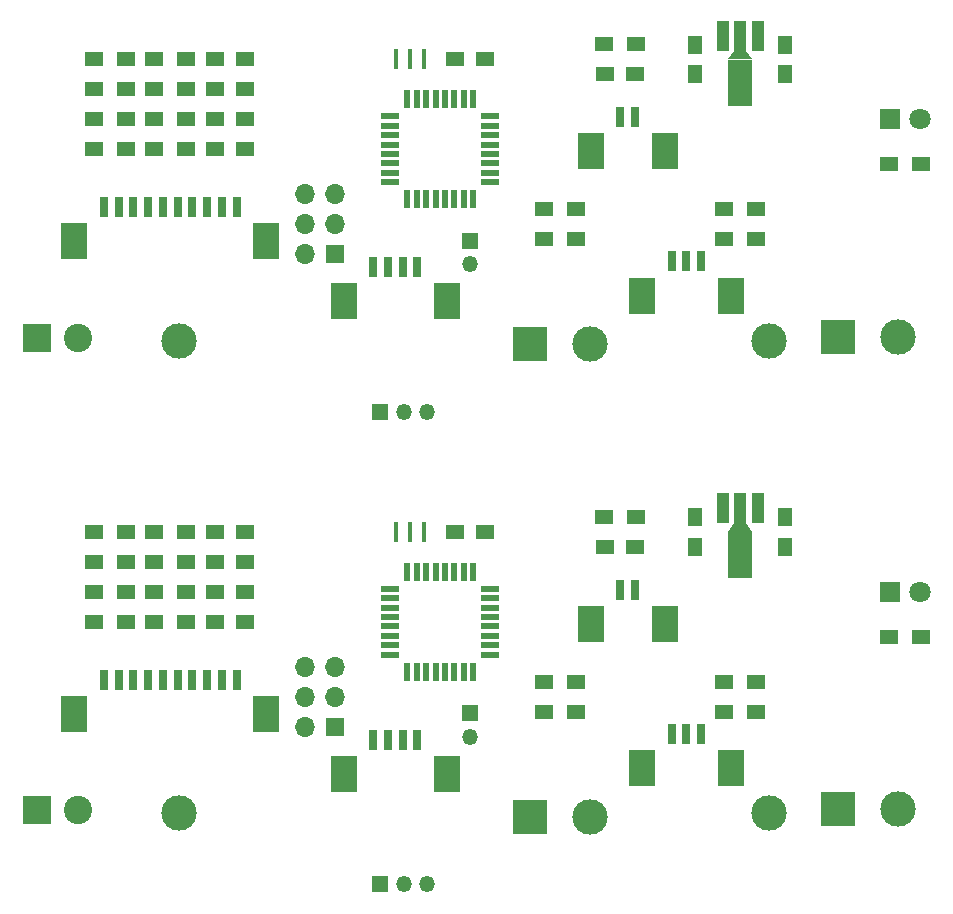
<source format=gts>
%MOIN*%
%OFA0B0*%
%FSLAX46Y46*%
%IPPOS*%
%LPD*%
%ADD10C,0.0039370078740157488*%
%ADD11R,0.053149606299212608X0.053149606299212608*%
%ADD12O,0.053149606299212608X0.053149606299212608*%
%ADD13R,0.11811023622047245X0.11811023622047245*%
%ADD14C,0.11811023622047245*%
%ADD15R,0.094488188976377951X0.094488188976377951*%
%ADD16C,0.094488188976377951*%
%ADD17R,0.062992125984251982X0.062992125984251982*%
%ADD18O,0.066929133858267723X0.066929133858267723*%
%ADD19R,0.049212598425196853X0.059055118110236227*%
%ADD20R,0.059055118110236227X0.049212598425196853*%
%ADD21R,0.059055118110236227X0.051181102362204731*%
%ADD22R,0.03937007874015748X0.0984251968503937*%
%ADD23R,0.07874015748031496X0.15748031496062992*%
%ADD24R,0.021653543307086617X0.062992125984251982*%
%ADD25R,0.062992125984251982X0.021653543307086617*%
%ADD26R,0.015748031496062995X0.070866141732283464*%
%ADD27R,0.031496062992125991X0.066929133858267723*%
%ADD28R,0.086614173228346469X0.12204724409448819*%
%ADD29R,0.070866141732283464X0.070866141732283464*%
%ADD30C,0.070866141732283464*%
%ADD41C,0.0039370078740157488*%
%ADD42R,0.053149606299212608X0.053149606299212608*%
%ADD43O,0.053149606299212608X0.053149606299212608*%
%ADD44R,0.11811023622047245X0.11811023622047245*%
%ADD45C,0.11811023622047245*%
%ADD46R,0.094488188976377951X0.094488188976377951*%
%ADD47C,0.094488188976377951*%
%ADD48R,0.062992125984251982X0.062992125984251982*%
%ADD49O,0.066929133858267723X0.066929133858267723*%
%ADD50R,0.049212598425196853X0.059055118110236227*%
%ADD51R,0.059055118110236227X0.049212598425196853*%
%ADD52R,0.059055118110236227X0.051181102362204731*%
%ADD53R,0.03937007874015748X0.0984251968503937*%
%ADD54R,0.07874015748031496X0.15748031496062992*%
%ADD55R,0.021653543307086617X0.062992125984251982*%
%ADD56R,0.062992125984251982X0.021653543307086617*%
%ADD57R,0.015748031496062995X0.070866141732283464*%
%ADD58R,0.031496062992125991X0.066929133858267723*%
%ADD59R,0.086614173228346469X0.12204724409448819*%
%ADD60R,0.070866141732283464X0.070866141732283464*%
%ADD61C,0.070866141732283464*%
%LPD*%
G01*
D10*
D11*
X-0005157401Y0004896259D02*
X0001262598Y0000146259D03*
D12*
X0001341338Y0000146259D03*
X0001420078Y0000146259D03*
D13*
X0001762598Y0000371259D03*
D14*
X0001962598Y0000371259D03*
X0002559055Y0000383700D03*
D15*
X0000118110Y0000393700D03*
D16*
X0000255905Y0000393700D03*
D17*
X0001112598Y0000671259D03*
D18*
X0001012598Y0000671259D03*
X0001112598Y0000771259D03*
X0001012598Y0000771259D03*
X0001112598Y0000871259D03*
X0001012598Y0000871259D03*
D11*
X0001562598Y0000716259D03*
D12*
X0001562598Y0000637519D03*
D13*
X0002787598Y0000396259D03*
D14*
X0002987598Y0000396259D03*
D19*
X0002612598Y0001370472D03*
X0002612598Y0001272047D03*
X0002312598Y0001370472D03*
X0002312598Y0001272047D03*
D20*
X0001513385Y0001321259D03*
X0001611810Y0001321259D03*
X0000713385Y0001321259D03*
X0000811810Y0001321259D03*
X0000713385Y0001221259D03*
X0000811810Y0001221259D03*
X0000713385Y0001021259D03*
X0000811810Y0001021259D03*
X0002111810Y0001271259D03*
X0002013385Y0001271259D03*
X0000713385Y0001121259D03*
X0000811810Y0001121259D03*
D21*
X0002959448Y0000971259D03*
X0003065747Y0000971259D03*
X0000509448Y0001321259D03*
X0000615747Y0001321259D03*
X0000309448Y0001321259D03*
X0000415747Y0001321259D03*
X0000509448Y0001221259D03*
X0000615747Y0001221259D03*
X0000309448Y0001221259D03*
X0000415747Y0001221259D03*
X0001809448Y0000821259D03*
X0001915747Y0000821259D03*
X0000509448Y0001021259D03*
X0000615747Y0001021259D03*
X0000309448Y0001021259D03*
X0000415747Y0001021259D03*
X0001809448Y0000721259D03*
X0001915747Y0000721259D03*
X0002009448Y0001371259D03*
X0002115747Y0001371259D03*
X0000309448Y0001121259D03*
X0000415747Y0001121259D03*
X0000509448Y0001121259D03*
X0000615747Y0001121259D03*
X0002515747Y0000821259D03*
X0002409448Y0000821259D03*
X0002515747Y0000721259D03*
X0002409448Y0000721259D03*
D22*
X0002521653Y0001399212D03*
X0002462598Y0001399212D03*
X0002403543Y0001399212D03*
D23*
X0002462598Y0001243306D03*
D10*
G36*
X0002423228Y0001321062D02*
X0002442913Y0001350590D01*
X0002482283Y0001350590D01*
X0002501968Y0001321062D01*
X0002423228Y0001321062D01*
X0002423228Y0001321062D01*
G37*
D24*
X0001572834Y0001188582D03*
X0001541338Y0001188582D03*
X0001509842Y0001188582D03*
X0001478346Y0001188582D03*
X0001446850Y0001188582D03*
X0001415354Y0001188582D03*
X0001383858Y0001188582D03*
X0001352362Y0001188582D03*
D25*
X0001295275Y0001131495D03*
X0001295275Y0001099999D03*
X0001295275Y0001068503D03*
X0001295275Y0001037007D03*
X0001295275Y0001005511D03*
X0001295275Y0000974015D03*
X0001295275Y0000942519D03*
X0001295275Y0000911023D03*
D24*
X0001352362Y0000853936D03*
X0001383858Y0000853936D03*
X0001415354Y0000853936D03*
X0001446850Y0000853936D03*
X0001478346Y0000853936D03*
X0001509842Y0000853936D03*
X0001541338Y0000853936D03*
X0001572834Y0000853936D03*
D25*
X0001629921Y0000911023D03*
X0001629921Y0000942519D03*
X0001629921Y0000974015D03*
X0001629921Y0001005511D03*
X0001629921Y0001037007D03*
X0001629921Y0001068503D03*
X0001629921Y0001099999D03*
X0001629921Y0001131495D03*
D26*
X0001315354Y0001321259D03*
X0001362598Y0001321259D03*
X0001409842Y0001321259D03*
D27*
X0001238779Y0000628346D03*
X0001287992Y0000628346D03*
X0001337204Y0000628346D03*
X0001386417Y0000628346D03*
D28*
X0001140354Y0000514173D03*
X0001484842Y0000514173D03*
D27*
X0002062992Y0001128346D03*
X0002112204Y0001128346D03*
D28*
X0001964566Y0001014173D03*
X0002210629Y0001014173D03*
D14*
X0000590551Y0000383700D03*
D27*
X0002234251Y0000647637D03*
X0002283464Y0000647637D03*
X0002332677Y0000647637D03*
D28*
X0002135826Y0000533464D03*
X0002431102Y0000533464D03*
D27*
X0000341141Y0000828346D03*
X0000390354Y0000828346D03*
X0000439566Y0000828346D03*
X0000488779Y0000828346D03*
X0000537992Y0000828346D03*
X0000587204Y0000828346D03*
X0000636417Y0000828346D03*
X0000685629Y0000828346D03*
X0000734842Y0000828346D03*
X0000784055Y0000828346D03*
D28*
X0000242716Y0000714173D03*
X0000882480Y0000714173D03*
D29*
X0002962598Y0001121259D03*
D30*
X0003062598Y0001121259D03*
G04 next file*
%LPD*%
G04 #@! TF.FileFunction,Soldermask,Top*
G04 Gerber Fmt 4.6, Leading zero omitted, Abs format (unit mm)*
G04 Created by KiCad (PCBNEW 4.0.7) date 08/08/19 18:58:54*
G01*
G04 APERTURE LIST*
G04 APERTURE END LIST*
D41*
D42*
X-0005157401Y0006471063D02*
X0001262598Y0001721063D03*
D43*
X0001341338Y0001721063D03*
X0001420078Y0001721063D03*
D44*
X0001762598Y0001946063D03*
D45*
X0001962598Y0001946063D03*
X0002559055Y0001958504D03*
D46*
X0000118110Y0001968504D03*
D47*
X0000255905Y0001968504D03*
D48*
X0001112598Y0002246063D03*
D49*
X0001012598Y0002246063D03*
X0001112598Y0002346063D03*
X0001012598Y0002346063D03*
X0001112598Y0002446063D03*
X0001012598Y0002446063D03*
D42*
X0001562598Y0002291063D03*
D43*
X0001562598Y0002212323D03*
D44*
X0002787598Y0001971063D03*
D45*
X0002987598Y0001971063D03*
D50*
X0002612598Y0002945275D03*
X0002612598Y0002846850D03*
X0002312598Y0002945275D03*
X0002312598Y0002846850D03*
D51*
X0001513385Y0002896063D03*
X0001611810Y0002896063D03*
X0000713385Y0002896063D03*
X0000811810Y0002896063D03*
X0000713385Y0002796063D03*
X0000811810Y0002796063D03*
X0000713385Y0002596063D03*
X0000811810Y0002596063D03*
X0002111810Y0002846063D03*
X0002013385Y0002846063D03*
X0000713385Y0002696063D03*
X0000811810Y0002696063D03*
D52*
X0002959448Y0002546063D03*
X0003065747Y0002546063D03*
X0000509448Y0002896063D03*
X0000615747Y0002896063D03*
X0000309448Y0002896063D03*
X0000415747Y0002896063D03*
X0000509448Y0002796063D03*
X0000615747Y0002796063D03*
X0000309448Y0002796063D03*
X0000415747Y0002796063D03*
X0001809448Y0002396063D03*
X0001915747Y0002396063D03*
X0000509448Y0002596063D03*
X0000615747Y0002596063D03*
X0000309448Y0002596063D03*
X0000415747Y0002596063D03*
X0001809448Y0002296063D03*
X0001915747Y0002296063D03*
X0002009448Y0002946063D03*
X0002115747Y0002946063D03*
X0000309448Y0002696063D03*
X0000415747Y0002696063D03*
X0000509448Y0002696063D03*
X0000615747Y0002696063D03*
X0002515747Y0002396063D03*
X0002409448Y0002396063D03*
X0002515747Y0002296063D03*
X0002409448Y0002296063D03*
D53*
X0002521653Y0002974015D03*
X0002462598Y0002974015D03*
X0002403543Y0002974015D03*
D54*
X0002462598Y0002818110D03*
D41*
G36*
X0002423228Y0002895866D02*
X0002442913Y0002925393D01*
X0002482283Y0002925393D01*
X0002501968Y0002895866D01*
X0002423228Y0002895866D01*
X0002423228Y0002895866D01*
G37*
D55*
X0001572834Y0002763386D03*
X0001541338Y0002763386D03*
X0001509842Y0002763386D03*
X0001478346Y0002763386D03*
X0001446850Y0002763386D03*
X0001415354Y0002763386D03*
X0001383858Y0002763386D03*
X0001352362Y0002763386D03*
D56*
X0001295275Y0002706299D03*
X0001295275Y0002674803D03*
X0001295275Y0002643307D03*
X0001295275Y0002611811D03*
X0001295275Y0002580315D03*
X0001295275Y0002548819D03*
X0001295275Y0002517323D03*
X0001295275Y0002485826D03*
D55*
X0001352362Y0002428740D03*
X0001383858Y0002428740D03*
X0001415354Y0002428740D03*
X0001446850Y0002428740D03*
X0001478346Y0002428740D03*
X0001509842Y0002428740D03*
X0001541338Y0002428740D03*
X0001572834Y0002428740D03*
D56*
X0001629921Y0002485826D03*
X0001629921Y0002517323D03*
X0001629921Y0002548819D03*
X0001629921Y0002580315D03*
X0001629921Y0002611811D03*
X0001629921Y0002643307D03*
X0001629921Y0002674803D03*
X0001629921Y0002706299D03*
D57*
X0001315354Y0002896063D03*
X0001362598Y0002896063D03*
X0001409842Y0002896063D03*
D58*
X0001238779Y0002203149D03*
X0001287992Y0002203149D03*
X0001337204Y0002203149D03*
X0001386417Y0002203149D03*
D59*
X0001140354Y0002088976D03*
X0001484842Y0002088976D03*
D58*
X0002062992Y0002703149D03*
X0002112204Y0002703149D03*
D59*
X0001964566Y0002588976D03*
X0002210629Y0002588976D03*
D45*
X0000590551Y0001958504D03*
D58*
X0002234251Y0002222441D03*
X0002283464Y0002222441D03*
X0002332677Y0002222441D03*
D59*
X0002135826Y0002108267D03*
X0002431102Y0002108267D03*
D58*
X0000341141Y0002403149D03*
X0000390354Y0002403149D03*
X0000439566Y0002403149D03*
X0000488779Y0002403149D03*
X0000537992Y0002403149D03*
X0000587204Y0002403149D03*
X0000636417Y0002403149D03*
X0000685629Y0002403149D03*
X0000734842Y0002403149D03*
X0000784055Y0002403149D03*
D59*
X0000242716Y0002288976D03*
X0000882480Y0002288976D03*
D60*
X0002962598Y0002696063D03*
D61*
X0003062598Y0002696063D03*
M02*
</source>
